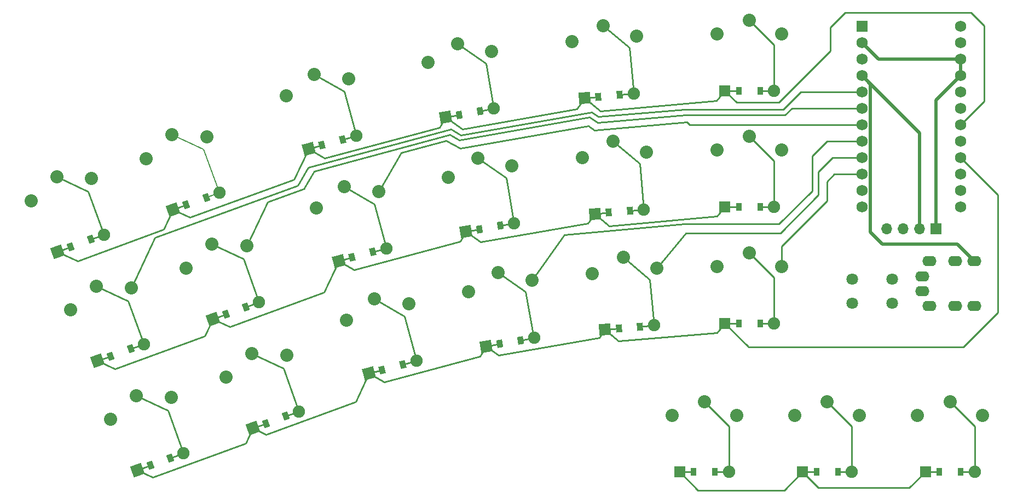
<source format=gbr>
%TF.GenerationSoftware,KiCad,Pcbnew,7.0.2*%
%TF.CreationDate,2023-07-05T19:02:59-04:00*%
%TF.ProjectId,paul,7061756c-2e6b-4696-9361-645f70636258,v1.0.0*%
%TF.SameCoordinates,Original*%
%TF.FileFunction,Copper,L2,Bot*%
%TF.FilePolarity,Positive*%
%FSLAX46Y46*%
G04 Gerber Fmt 4.6, Leading zero omitted, Abs format (unit mm)*
G04 Created by KiCad (PCBNEW 7.0.2) date 2023-07-05 19:02:59*
%MOMM*%
%LPD*%
G01*
G04 APERTURE LIST*
G04 Aperture macros list*
%AMRotRect*
0 Rectangle, with rotation*
0 The origin of the aperture is its center*
0 $1 length*
0 $2 width*
0 $3 Rotation angle, in degrees counterclockwise*
0 Add horizontal line*
21,1,$1,$2,0,0,$3*%
G04 Aperture macros list end*
%TA.AperFunction,ComponentPad*%
%ADD10C,2.032000*%
%TD*%
%TA.AperFunction,SMDPad,CuDef*%
%ADD11RotRect,0.900000X1.200000X20.000000*%
%TD*%
%TA.AperFunction,ComponentPad*%
%ADD12RotRect,1.778000X1.778000X20.000000*%
%TD*%
%TA.AperFunction,ComponentPad*%
%ADD13C,1.905000*%
%TD*%
%TA.AperFunction,ComponentPad*%
%ADD14RotRect,1.778000X1.778000X15.000000*%
%TD*%
%TA.AperFunction,SMDPad,CuDef*%
%ADD15RotRect,0.900000X1.200000X15.000000*%
%TD*%
%TA.AperFunction,SMDPad,CuDef*%
%ADD16RotRect,0.900000X1.200000X10.000000*%
%TD*%
%TA.AperFunction,ComponentPad*%
%ADD17RotRect,1.778000X1.778000X10.000000*%
%TD*%
%TA.AperFunction,SMDPad,CuDef*%
%ADD18RotRect,0.900000X1.200000X5.000000*%
%TD*%
%TA.AperFunction,ComponentPad*%
%ADD19RotRect,1.778000X1.778000X5.000000*%
%TD*%
%TA.AperFunction,SMDPad,CuDef*%
%ADD20R,0.900000X1.200000*%
%TD*%
%TA.AperFunction,ComponentPad*%
%ADD21R,1.778000X1.778000*%
%TD*%
%TA.AperFunction,ComponentPad*%
%ADD22R,1.752600X1.752600*%
%TD*%
%TA.AperFunction,ComponentPad*%
%ADD23C,1.752600*%
%TD*%
%TA.AperFunction,ComponentPad*%
%ADD24O,1.700000X1.700000*%
%TD*%
%TA.AperFunction,ComponentPad*%
%ADD25R,1.700000X1.700000*%
%TD*%
%TA.AperFunction,ComponentPad*%
%ADD26C,1.800000*%
%TD*%
%TA.AperFunction,ComponentPad*%
%ADD27O,2.200000X1.600000*%
%TD*%
%TA.AperFunction,Conductor*%
%ADD28C,0.500000*%
%TD*%
%TA.AperFunction,Conductor*%
%ADD29C,0.250000*%
%TD*%
%TA.AperFunction,Conductor*%
%ADD30C,0.200000*%
%TD*%
G04 APERTURE END LIST*
D10*
%TO.P,S1,1*%
%TO.N,F4*%
X99918191Y-120400482D03*
%TO.P,S1,2*%
%TO.N,farPinky_bottom*%
X94501485Y-120137229D03*
%TO.P,S1,1*%
%TO.N,F4*%
X90521264Y-123820684D03*
%TO.P,S1,2*%
%TO.N,farPinky_bottom*%
X94501485Y-120137229D03*
%TD*%
%TO.P,S2,1*%
%TO.N,F4*%
X93761829Y-103486014D03*
%TO.P,S2,2*%
%TO.N,farPinky_home*%
X88345123Y-103222761D03*
%TO.P,S2,1*%
%TO.N,F4*%
X84364902Y-106906216D03*
%TO.P,S2,2*%
%TO.N,farPinky_home*%
X88345123Y-103222761D03*
%TD*%
%TO.P,S3,1*%
%TO.N,F4*%
X87605470Y-86571548D03*
%TO.P,S3,2*%
%TO.N,farPinky_top*%
X82188764Y-86308295D03*
%TO.P,S3,1*%
%TO.N,F4*%
X78208543Y-89991750D03*
%TO.P,S3,2*%
%TO.N,farPinky_top*%
X82188764Y-86308295D03*
%TD*%
%TO.P,S4,1*%
%TO.N,F5*%
X117772353Y-113902101D03*
%TO.P,S4,2*%
%TO.N,pinky_bottom*%
X112355647Y-113638848D03*
%TO.P,S4,1*%
%TO.N,F5*%
X108375426Y-117322303D03*
%TO.P,S4,2*%
%TO.N,pinky_bottom*%
X112355647Y-113638848D03*
%TD*%
%TO.P,S5,1*%
%TO.N,F5*%
X111615988Y-96987635D03*
%TO.P,S5,2*%
%TO.N,pinky_home*%
X106199282Y-96724382D03*
%TO.P,S5,1*%
%TO.N,F5*%
X102219061Y-100407837D03*
%TO.P,S5,2*%
%TO.N,pinky_home*%
X106199282Y-96724382D03*
%TD*%
%TO.P,S6,1*%
%TO.N,F5*%
X105459625Y-80073166D03*
%TO.P,S6,2*%
%TO.N,pinky_top*%
X100042919Y-79809913D03*
%TO.P,S6,1*%
%TO.N,F5*%
X96062698Y-83493368D03*
%TO.P,S6,2*%
%TO.N,pinky_top*%
X100042919Y-79809913D03*
%TD*%
%TO.P,S7,2*%
%TO.N,ring_bottom*%
X131325255Y-105195079D03*
%TO.P,S7,1*%
%TO.N,F6*%
X127039145Y-108517618D03*
%TO.P,S7,2*%
%TO.N,ring_bottom*%
X131325255Y-105195079D03*
%TO.P,S7,1*%
%TO.N,F6*%
X136698404Y-105929428D03*
%TD*%
%TO.P,S8,1*%
%TO.N,F6*%
X132039661Y-88542769D03*
%TO.P,S8,2*%
%TO.N,ring_home*%
X126666512Y-87808420D03*
%TO.P,S8,1*%
%TO.N,F6*%
X122380402Y-91130959D03*
%TO.P,S8,2*%
%TO.N,ring_home*%
X126666512Y-87808420D03*
%TD*%
%TO.P,S9,1*%
%TO.N,F6*%
X127380927Y-71156100D03*
%TO.P,S9,2*%
%TO.N,ring_top*%
X122007778Y-70421751D03*
%TO.P,S9,1*%
%TO.N,F6*%
X117721668Y-73744290D03*
%TO.P,S9,2*%
%TO.N,ring_top*%
X122007778Y-70421751D03*
%TD*%
%TO.P,S10,1*%
%TO.N,F7*%
X155727873Y-102331898D03*
%TO.P,S10,2*%
%TO.N,middle_bottom*%
X150439173Y-101132042D03*
%TO.P,S10,1*%
%TO.N,F7*%
X145879795Y-104068379D03*
%TO.P,S10,2*%
%TO.N,middle_bottom*%
X150439173Y-101132042D03*
%TD*%
%TO.P,S11,1*%
%TO.N,F7*%
X152602212Y-84605355D03*
%TO.P,S11,2*%
%TO.N,middle_home*%
X147313512Y-83405499D03*
%TO.P,S11,1*%
%TO.N,F7*%
X142754134Y-86341836D03*
%TO.P,S11,2*%
%TO.N,middle_home*%
X147313512Y-83405499D03*
%TD*%
%TO.P,S12,1*%
%TO.N,F7*%
X149476541Y-66878821D03*
%TO.P,S12,2*%
%TO.N,middle_top*%
X144187841Y-65678965D03*
%TO.P,S12,1*%
%TO.N,F7*%
X139628463Y-68615302D03*
%TO.P,S12,2*%
%TO.N,middle_top*%
X144187841Y-65678965D03*
%TD*%
%TO.P,S13,1*%
%TO.N,B1*%
X174998475Y-100406580D03*
%TO.P,S13,2*%
%TO.N,index_bottom*%
X169834474Y-98750350D03*
%TO.P,S13,1*%
%TO.N,B1*%
X165036528Y-101278138D03*
%TO.P,S13,2*%
%TO.N,index_bottom*%
X169834474Y-98750350D03*
%TD*%
%TO.P,S14,1*%
%TO.N,B1*%
X173429677Y-82475071D03*
%TO.P,S14,2*%
%TO.N,index_home*%
X168265676Y-80818841D03*
%TO.P,S14,1*%
%TO.N,B1*%
X163467730Y-83346629D03*
%TO.P,S14,2*%
%TO.N,index_home*%
X168265676Y-80818841D03*
%TD*%
%TO.P,S15,1*%
%TO.N,B1*%
X171860869Y-64543570D03*
%TO.P,S15,2*%
%TO.N,index_top*%
X166696868Y-62887340D03*
%TO.P,S15,1*%
%TO.N,B1*%
X161898922Y-65415128D03*
%TO.P,S15,2*%
%TO.N,index_top*%
X166696868Y-62887340D03*
%TD*%
%TO.P,S16,1*%
%TO.N,B3*%
X194363552Y-100168132D03*
%TO.P,S16,2*%
%TO.N,inner_bottom*%
X189363552Y-98068132D03*
%TO.P,S16,1*%
%TO.N,B3*%
X184363552Y-100168132D03*
%TO.P,S16,2*%
%TO.N,inner_bottom*%
X189363552Y-98068132D03*
%TD*%
%TO.P,S17,1*%
%TO.N,B3*%
X194363547Y-82168138D03*
%TO.P,S17,2*%
%TO.N,inner_home*%
X189363547Y-80068138D03*
%TO.P,S17,1*%
%TO.N,B3*%
X184363547Y-82168138D03*
%TO.P,S17,2*%
%TO.N,inner_home*%
X189363547Y-80068138D03*
%TD*%
%TO.P,S18,1*%
%TO.N,B3*%
X194363549Y-64168131D03*
%TO.P,S18,2*%
%TO.N,inner_top*%
X189363549Y-62068131D03*
%TO.P,S18,1*%
%TO.N,B3*%
X184363549Y-64168131D03*
%TO.P,S18,2*%
%TO.N,inner_top*%
X189363549Y-62068131D03*
%TD*%
%TO.P,S19,1*%
%TO.N,F7*%
X187363553Y-123168134D03*
%TO.P,S19,2*%
%TO.N,near_thumb*%
X182363553Y-121068134D03*
%TO.P,S19,1*%
%TO.N,F7*%
X177363553Y-123168134D03*
%TO.P,S19,2*%
%TO.N,near_thumb*%
X182363553Y-121068134D03*
%TD*%
%TO.P,S20,1*%
%TO.N,B1*%
X206363550Y-123168136D03*
%TO.P,S20,2*%
%TO.N,home_thumb*%
X201363550Y-121068136D03*
%TO.P,S20,1*%
%TO.N,B1*%
X196363550Y-123168136D03*
%TO.P,S20,2*%
%TO.N,home_thumb*%
X201363550Y-121068136D03*
%TD*%
%TO.P,S21,1*%
%TO.N,B3*%
X225363548Y-123168134D03*
%TO.P,S21,2*%
%TO.N,far_thumb*%
X220363548Y-121068134D03*
%TO.P,S21,1*%
%TO.N,B3*%
X215363548Y-123168134D03*
%TO.P,S21,2*%
%TO.N,far_thumb*%
X220363548Y-121068134D03*
%TD*%
D11*
%TO.P,D1,2*%
%TO.N,farPinky_bottom*%
X99780001Y-129815553D03*
%TO.P,D1,1*%
%TO.N,D7*%
X96679015Y-130944219D03*
D12*
X94649279Y-131682983D03*
D13*
%TO.P,D1,2*%
%TO.N,farPinky_bottom*%
X101809737Y-129076789D03*
%TD*%
D11*
%TO.P,D2,2*%
%TO.N,farPinky_home*%
X93623637Y-112901080D03*
%TO.P,D2,1*%
%TO.N,C6*%
X90522651Y-114029746D03*
D12*
X88492915Y-114768510D03*
D13*
%TO.P,D2,2*%
%TO.N,farPinky_home*%
X95653373Y-112162316D03*
%TD*%
D11*
%TO.P,D3,2*%
%TO.N,farPinky_top*%
X87467272Y-95986615D03*
%TO.P,D3,1*%
%TO.N,D4*%
X84366286Y-97115281D03*
D12*
X82336550Y-97854045D03*
D13*
%TO.P,D3,2*%
%TO.N,farPinky_top*%
X89497008Y-95247851D03*
%TD*%
D11*
%TO.P,D4,2*%
%TO.N,pinky_bottom*%
X117634159Y-123317163D03*
%TO.P,D4,1*%
%TO.N,D7*%
X114533173Y-124445829D03*
D12*
X112503437Y-125184593D03*
D13*
%TO.P,D4,2*%
%TO.N,pinky_bottom*%
X119663895Y-122578399D03*
%TD*%
D11*
%TO.P,D5,2*%
%TO.N,pinky_home*%
X111477798Y-106402698D03*
%TO.P,D5,1*%
%TO.N,C6*%
X108376812Y-107531364D03*
D12*
X106347076Y-108270128D03*
D13*
%TO.P,D5,2*%
%TO.N,pinky_home*%
X113507534Y-105663934D03*
%TD*%
D11*
%TO.P,D6,2*%
%TO.N,pinky_top*%
X105321432Y-89488227D03*
%TO.P,D6,1*%
%TO.N,D4*%
X102220446Y-90616893D03*
D12*
X100190710Y-91355657D03*
D13*
%TO.P,D6,2*%
%TO.N,pinky_top*%
X107351168Y-88749463D03*
%TD*%
%TO.P,D7,2*%
%TO.N,ring_bottom*%
X137826565Y-114737567D03*
D14*
%TO.P,D7,1*%
%TO.N,D7*%
X130466211Y-116709769D03*
D15*
X132552610Y-116150719D03*
%TO.P,D7,2*%
%TO.N,ring_bottom*%
X135740166Y-115296617D03*
%TD*%
%TO.P,D8,2*%
%TO.N,ring_home*%
X131081419Y-97909957D03*
%TO.P,D8,1*%
%TO.N,C6*%
X127893863Y-98764059D03*
D14*
X125807464Y-99323109D03*
D13*
%TO.P,D8,2*%
%TO.N,ring_home*%
X133167818Y-97350907D03*
%TD*%
D15*
%TO.P,D9,2*%
%TO.N,ring_top*%
X126422676Y-80523288D03*
%TO.P,D9,1*%
%TO.N,D4*%
X123235120Y-81377390D03*
D14*
X121148721Y-81936440D03*
D13*
%TO.P,D9,2*%
%TO.N,ring_top*%
X128509075Y-79964238D03*
%TD*%
D16*
%TO.P,D10,2*%
%TO.N,middle_bottom*%
X153956872Y-111579927D03*
%TO.P,D10,1*%
%TO.N,D7*%
X150707006Y-112152965D03*
D17*
X148579821Y-112528046D03*
D13*
%TO.P,D10,2*%
%TO.N,middle_bottom*%
X156084057Y-111204846D03*
%TD*%
D16*
%TO.P,D11,2*%
%TO.N,middle_home*%
X150831210Y-93853389D03*
%TO.P,D11,1*%
%TO.N,C6*%
X147581344Y-94426427D03*
D17*
X145454159Y-94801508D03*
D13*
%TO.P,D11,2*%
%TO.N,middle_home*%
X152958395Y-93478308D03*
%TD*%
D16*
%TO.P,D12,2*%
%TO.N,middle_top*%
X147705537Y-76126845D03*
%TO.P,D12,1*%
%TO.N,D4*%
X144455671Y-76699883D03*
D17*
X142328486Y-77074964D03*
D13*
%TO.P,D12,2*%
%TO.N,middle_top*%
X149832722Y-75751764D03*
%TD*%
D18*
%TO.P,D13,2*%
%TO.N,index_bottom*%
X172428199Y-109465062D03*
%TO.P,D13,1*%
%TO.N,D7*%
X169140757Y-109752676D03*
D19*
X166988976Y-109940932D03*
D13*
%TO.P,D13,2*%
%TO.N,index_bottom*%
X174579980Y-109276806D03*
%TD*%
D18*
%TO.P,D14,2*%
%TO.N,index_home*%
X170859391Y-91533557D03*
%TO.P,D14,1*%
%TO.N,C6*%
X167571949Y-91821171D03*
D19*
X165420168Y-92009427D03*
D13*
%TO.P,D14,2*%
%TO.N,index_home*%
X173011172Y-91345301D03*
%TD*%
D18*
%TO.P,D15,2*%
%TO.N,index_top*%
X169290588Y-73602055D03*
%TO.P,D15,1*%
%TO.N,D4*%
X166003146Y-73889669D03*
D19*
X163851365Y-74077925D03*
D13*
%TO.P,D15,2*%
%TO.N,index_top*%
X171442369Y-73413799D03*
%TD*%
D20*
%TO.P,D16,2*%
%TO.N,inner_bottom*%
X191013546Y-108968133D03*
%TO.P,D16,1*%
%TO.N,D7*%
X187713546Y-108968133D03*
D21*
X185553546Y-108968133D03*
D13*
%TO.P,D16,2*%
%TO.N,inner_bottom*%
X193173546Y-108968133D03*
%TD*%
D20*
%TO.P,D17,2*%
%TO.N,inner_home*%
X191013549Y-90968133D03*
%TO.P,D17,1*%
%TO.N,C6*%
X187713549Y-90968133D03*
D21*
X185553549Y-90968133D03*
D13*
%TO.P,D17,2*%
%TO.N,inner_home*%
X193173549Y-90968133D03*
%TD*%
D20*
%TO.P,D18,2*%
%TO.N,inner_top*%
X191013551Y-72968133D03*
%TO.P,D18,1*%
%TO.N,D4*%
X187713551Y-72968133D03*
D21*
X185553551Y-72968133D03*
D13*
%TO.P,D18,2*%
%TO.N,inner_top*%
X193173551Y-72968133D03*
%TD*%
D20*
%TO.P,D19,2*%
%TO.N,near_thumb*%
X184013550Y-131968134D03*
%TO.P,D19,1*%
%TO.N,E6*%
X180713550Y-131968134D03*
D21*
X178553550Y-131968134D03*
D13*
%TO.P,D19,2*%
%TO.N,near_thumb*%
X186173550Y-131968134D03*
%TD*%
D20*
%TO.P,D20,2*%
%TO.N,home_thumb*%
X203013549Y-131968138D03*
%TO.P,D20,1*%
%TO.N,E6*%
X199713549Y-131968138D03*
D21*
X197553549Y-131968138D03*
D13*
%TO.P,D20,2*%
%TO.N,home_thumb*%
X205173549Y-131968138D03*
%TD*%
D20*
%TO.P,D21,2*%
%TO.N,far_thumb*%
X222013552Y-131968130D03*
%TO.P,D21,1*%
%TO.N,E6*%
X218713552Y-131968130D03*
D21*
X216553552Y-131968130D03*
D13*
%TO.P,D21,2*%
%TO.N,far_thumb*%
X224173552Y-131968130D03*
%TD*%
D22*
%TO.P,MCU1,1*%
%TO.N,B0*%
X206743550Y-62998131D03*
D23*
%TO.P,MCU1,2*%
%TO.N,GND*%
X206743550Y-65538131D03*
%TO.P,MCU1,3*%
%TO.N,RST*%
X206743550Y-68078131D03*
%TO.P,MCU1,4*%
%TO.N,VCC*%
X206743550Y-70618131D03*
%TO.P,MCU1,5*%
%TO.N,F4*%
X206743550Y-73158131D03*
%TO.P,MCU1,6*%
%TO.N,F5*%
X206743550Y-75698131D03*
%TO.P,MCU1,7*%
%TO.N,F6*%
X206743550Y-78238131D03*
%TO.P,MCU1,8*%
%TO.N,F7*%
X206743550Y-80778131D03*
%TO.P,MCU1,9*%
%TO.N,B1*%
X206743550Y-83318131D03*
%TO.P,MCU1,10*%
%TO.N,B3*%
X206743550Y-85858131D03*
%TO.P,MCU1,11*%
%TO.N,B2*%
X206743550Y-88398131D03*
%TO.P,MCU1,12*%
%TO.N,B6*%
X206743550Y-90938131D03*
%TO.P,MCU1,13*%
%TO.N,D3*%
X221983550Y-62998131D03*
%TO.P,MCU1,14*%
%TO.N,D2*%
X221983550Y-65538131D03*
%TO.P,MCU1,15*%
%TO.N,GND*%
X221983550Y-68078131D03*
%TO.P,MCU1,16*%
X221983550Y-70618131D03*
%TO.P,MCU1,17*%
%TO.N,D1*%
X221983550Y-73158131D03*
%TO.P,MCU1,18*%
%TO.N,D0*%
X221983550Y-75698131D03*
%TO.P,MCU1,19*%
%TO.N,D4*%
X221983550Y-78238131D03*
%TO.P,MCU1,20*%
%TO.N,C6*%
X221983550Y-80778131D03*
%TO.P,MCU1,21*%
%TO.N,D7*%
X221983550Y-83318131D03*
%TO.P,MCU1,22*%
%TO.N,E6*%
X221983550Y-85858131D03*
%TO.P,MCU1,23*%
%TO.N,B4*%
X221983550Y-88398131D03*
%TO.P,MCU1,24*%
%TO.N,B5*%
X221983550Y-90938131D03*
%TD*%
D24*
%TO.P,OLED1,4*%
%TO.N,D1*%
X210543555Y-94368135D03*
%TO.P,OLED1,3*%
%TO.N,D0*%
X213083555Y-94368135D03*
%TO.P,OLED1,2*%
%TO.N,VCC*%
X215623555Y-94368135D03*
D25*
%TO.P,OLED1,1*%
%TO.N,GND*%
X218163555Y-94368135D03*
%TD*%
D26*
%TO.P,B1,1*%
%TO.N,GND*%
X205263549Y-102118135D03*
X211463549Y-102118135D03*
%TO.P,B1,2*%
%TO.N,RST*%
X205263549Y-105818135D03*
X211463549Y-105818135D03*
%TD*%
D27*
%TO.P,TRRS1,1*%
%TO.N,GND*%
X216063548Y-101668133D03*
%TO.P,TRRS1,2*%
%TO.N,B0*%
X217163548Y-106268133D03*
%TO.P,TRRS1,3*%
%TO.N,GND*%
X221163548Y-106268133D03*
%TO.P,TRRS1,4*%
%TO.N,VCC*%
X224163548Y-106268133D03*
%TO.P,TRRS1,1*%
%TO.N,GND*%
X216063548Y-103968133D03*
%TO.P,TRRS1,2*%
%TO.N,B0*%
X217163548Y-99368133D03*
%TO.P,TRRS1,3*%
%TO.N,GND*%
X221163548Y-99368133D03*
%TO.P,TRRS1,4*%
%TO.N,VCC*%
X224163548Y-99368133D03*
%TD*%
D28*
%TO.N,VCC*%
X208069850Y-71944431D02*
X206743551Y-70618131D01*
X208069851Y-94851773D02*
X208069850Y-71944431D01*
X209895682Y-96677605D02*
X208069851Y-94851773D01*
X224163549Y-99368132D02*
X221473022Y-96677606D01*
X221473022Y-96677606D02*
X209895682Y-96677605D01*
D29*
%TO.N,D4*%
X225635681Y-74586001D02*
X221983550Y-78238132D01*
X201895682Y-63177606D02*
X204165683Y-60907604D01*
X223645683Y-60907605D02*
X225635683Y-62897606D01*
X201895683Y-66807604D02*
X201895682Y-63177606D01*
X204165683Y-60907604D02*
X223645683Y-60907605D01*
X193925683Y-74777605D02*
X201895683Y-66807604D01*
X187363023Y-74777604D02*
X193925683Y-74777605D01*
X225635683Y-62897606D02*
X225635681Y-74586001D01*
X185553552Y-72968133D02*
X187363023Y-74777604D01*
%TO.N,D7*%
X227785683Y-107267604D02*
X227785682Y-89120264D01*
X222455682Y-112597606D02*
X227785683Y-107267604D01*
X189155682Y-112597606D02*
X222455682Y-112597606D01*
X189155684Y-112570271D02*
X189155682Y-112597606D01*
X227785682Y-89120264D02*
X221983551Y-83318132D01*
X185553546Y-108968133D02*
X189155684Y-112570271D01*
%TO.N,B3*%
X202495155Y-85858131D02*
X206743551Y-85858132D01*
X201325682Y-87027606D02*
X202495155Y-85858131D01*
X201325683Y-90047606D02*
X201325682Y-87027606D01*
X194363552Y-97009736D02*
X201325683Y-90047606D01*
X194363551Y-100168133D02*
X194363552Y-97009736D01*
%TO.N,B1*%
X199985682Y-85517606D02*
X202185156Y-83318131D01*
X199985684Y-89127603D02*
X199985682Y-85517606D01*
X194121435Y-94991852D02*
X199985684Y-89127603D01*
X202185156Y-83318131D02*
X206743551Y-83318133D01*
X179626908Y-94991850D02*
X194121435Y-94991852D01*
X179535242Y-94999873D02*
X179626908Y-94991850D01*
X174998476Y-100406579D02*
X179535242Y-94999873D01*
%TO.N,F7*%
X201378888Y-80778132D02*
X206743549Y-80778134D01*
X199039868Y-83117153D02*
X201378888Y-80778132D01*
X199039868Y-88481814D02*
X199039868Y-83117153D01*
X193908395Y-93613286D02*
X199039868Y-88481814D01*
X179319796Y-93613288D02*
X193908395Y-93613286D01*
X179317439Y-93611308D02*
X179319796Y-93613288D01*
X160693168Y-95240719D02*
X179317439Y-93611308D01*
X155727874Y-102331899D02*
X160693168Y-95240719D01*
%TO.N,F6*%
X180123983Y-78238131D02*
X206743548Y-78238132D01*
X179720381Y-77834532D02*
X180123983Y-78238131D01*
X179704601Y-77821291D02*
X179720381Y-77834532D01*
X165411725Y-79071755D02*
X179704601Y-77821291D01*
X164465816Y-78409422D02*
X165411725Y-79071755D01*
X144632743Y-81906529D02*
X164465816Y-78409422D01*
X135457499Y-82553296D02*
X142460461Y-80676858D01*
X142460461Y-80676858D02*
X144603763Y-81914293D01*
X132039662Y-88542767D02*
X135470237Y-82600838D01*
X135470237Y-82600838D02*
X135457499Y-82553296D01*
X144603763Y-81914293D02*
X144632743Y-81906529D01*
%TO.N,F5*%
X195917056Y-75698132D02*
X206743550Y-75698132D01*
X179499776Y-76759396D02*
X194855789Y-76759395D01*
X194855789Y-76759395D02*
X195917056Y-75698132D01*
X164611142Y-77031202D02*
X165919741Y-77947496D01*
X143057633Y-79793225D02*
X144435469Y-80588717D01*
X144435469Y-80588717D02*
X164611142Y-77031202D01*
X165919741Y-77947496D02*
X179499776Y-76759396D01*
X120433777Y-88123674D02*
X121983127Y-85440123D01*
X121983127Y-85440123D02*
X143057633Y-79793225D01*
X120433777Y-88123674D02*
X120459411Y-88135625D01*
X114791743Y-90177203D02*
X120433777Y-88123674D01*
X111615989Y-96987634D02*
X114791743Y-90177203D01*
%TO.N,F4*%
X197250495Y-73158132D02*
X206743551Y-73158132D01*
X194567112Y-75841510D02*
X197250495Y-73158132D01*
X179330621Y-75841514D02*
X194567112Y-75841510D01*
X165995971Y-77008144D02*
X179330621Y-75841514D01*
X143204502Y-78938128D02*
X144747676Y-79829080D01*
X164939870Y-76268654D02*
X165995971Y-77008144D01*
X121120332Y-84855560D02*
X143204502Y-78938128D01*
X119495717Y-87669474D02*
X121120332Y-84855560D01*
X144747676Y-79829080D02*
X164939870Y-76268654D01*
X119495717Y-87669474D02*
X119521352Y-87681428D01*
X97384428Y-95717328D02*
X119495717Y-87669474D01*
X93761826Y-103486015D02*
X97384428Y-95717328D01*
D28*
%TO.N,VCC*%
X215623551Y-94368135D02*
X215623554Y-79498138D01*
X215623554Y-79498138D02*
X206743546Y-70618134D01*
%TO.N,GND*%
X209283552Y-68078131D02*
X206743549Y-65538129D01*
X221983549Y-68078132D02*
X209283552Y-68078131D01*
X221983551Y-70618131D02*
X221983549Y-68078132D01*
X218163556Y-74438132D02*
X221983551Y-70618131D01*
X218163553Y-94368131D02*
X218163556Y-74438132D01*
D29*
%TO.N,E6*%
X218713551Y-131968131D02*
X216553552Y-131968130D01*
%TO.N,far_thumb*%
X224173551Y-131968135D02*
X222013553Y-131968130D01*
X224173551Y-124878130D02*
X220363548Y-121068131D01*
X224173551Y-131968135D02*
X224173551Y-124878130D01*
%TO.N,E6*%
X200010972Y-134425556D02*
X214096129Y-134425553D01*
X197553550Y-131968136D02*
X200010972Y-134425556D01*
X214096129Y-134425553D02*
X216553552Y-131968130D01*
%TO.N,home_thumb*%
X205173551Y-124878135D02*
X201363551Y-121068139D01*
X205173554Y-131968138D02*
X205173551Y-124878135D01*
X203013554Y-131968133D02*
X205173554Y-131968138D01*
%TO.N,E6*%
X197553550Y-131968136D02*
X199713549Y-131968137D01*
X194746131Y-134775556D02*
X197553550Y-131968136D01*
X181360967Y-134775551D02*
X194746131Y-134775556D01*
X178553552Y-131968133D02*
X181360967Y-134775551D01*
%TO.N,near_thumb*%
X186173548Y-124878129D02*
X186173549Y-131968132D01*
X182363549Y-121068132D02*
X186173548Y-124878129D01*
%TO.N,E6*%
X180713549Y-131968131D02*
X178553552Y-131968133D01*
%TO.N,near_thumb*%
X186173549Y-131968132D02*
X184013551Y-131968132D01*
%TO.N,D7*%
X187713546Y-108968133D02*
X185553545Y-108968132D01*
%TO.N,inner_bottom*%
X193173546Y-108968130D02*
X191013546Y-108968132D01*
X193173545Y-101878129D02*
X193173546Y-108968130D01*
X189363549Y-98068133D02*
X193173545Y-101878129D01*
%TO.N,D7*%
X184355240Y-110396220D02*
X185553546Y-108968132D01*
X169120055Y-111729128D02*
X184355240Y-110396220D01*
X166988972Y-109940933D02*
X169120055Y-111729128D01*
X169140756Y-109752682D02*
X166988972Y-109940933D01*
%TO.N,index_bottom*%
X174579980Y-109276807D02*
X172428198Y-109465062D01*
X169834472Y-98750352D02*
X173962046Y-102213790D01*
X173962046Y-102213790D02*
X174579980Y-109276807D01*
%TO.N,D7*%
X166114834Y-111189336D02*
X166988976Y-109940934D01*
X150579958Y-113928554D02*
X166114834Y-111189336D01*
X148579821Y-112528042D02*
X150579958Y-113928554D01*
X150707009Y-112152963D02*
X148579821Y-112528042D01*
%TO.N,middle_bottom*%
X156084058Y-111204849D02*
X153956871Y-111579925D01*
X155938090Y-111102639D02*
X156084058Y-111204849D01*
X154694912Y-104052229D02*
X155938090Y-111102639D01*
X150507296Y-101120032D02*
X154694912Y-104052229D01*
X150439171Y-101132040D02*
X150507296Y-101120032D01*
%TO.N,D7*%
X147673285Y-114098222D02*
X148579821Y-112528042D01*
X132831136Y-118075162D02*
X147673285Y-114098222D01*
X130466211Y-116709767D02*
X132831136Y-118075162D01*
X132552605Y-116150718D02*
X130466211Y-116709767D01*
%TO.N,ring_bottom*%
X137826561Y-114737568D02*
X135740165Y-115296615D01*
X135991533Y-107889156D02*
X137826561Y-114737568D01*
X131325254Y-105195077D02*
X135991533Y-107889156D01*
%TO.N,D7*%
X128422391Y-121092751D02*
X130466211Y-116709767D01*
X114553576Y-126140589D02*
X128422391Y-121092751D01*
X112503436Y-125184593D02*
X114553576Y-126140589D01*
X114533173Y-124445833D02*
X112503436Y-125184593D01*
%TO.N,pinky_bottom*%
X119663897Y-122578399D02*
X117634163Y-123317164D01*
X112355647Y-113638849D02*
X117238973Y-115915979D01*
X117238973Y-115915979D02*
X119663897Y-122578399D01*
%TO.N,D7*%
X97007026Y-132782417D02*
X94649275Y-131682980D01*
X112503436Y-125184593D02*
X111404002Y-127542340D01*
X111404002Y-127542340D02*
X97007026Y-132782417D01*
X96679018Y-130944215D02*
X94649275Y-131682980D01*
%TO.N,farPinky_bottom*%
X101809736Y-129076783D02*
X99780001Y-129815552D01*
X94501483Y-120137232D02*
X99384811Y-122414363D01*
X99384811Y-122414363D02*
X101809736Y-129076783D01*
%TO.N,C6*%
X187713549Y-90968132D02*
X185553548Y-90968130D01*
%TO.N,inner_home*%
X193173551Y-90968130D02*
X191013552Y-90968129D01*
X193173550Y-83878136D02*
X193173551Y-90968130D01*
X189363548Y-80068132D02*
X193173550Y-83878136D01*
%TO.N,C6*%
X184343895Y-92409739D02*
X167638975Y-93871234D01*
X167638975Y-93871234D02*
X165420171Y-92009427D01*
X185553549Y-90968131D02*
X184343895Y-92409739D01*
X167571948Y-91821173D02*
X165420171Y-92009427D01*
%TO.N,index_home*%
X173011170Y-91345304D02*
X170859390Y-91533559D01*
X168265677Y-80818846D02*
X172393240Y-84282283D01*
X172393240Y-84282283D02*
X173011170Y-91345304D01*
%TO.N,C6*%
X147744712Y-96405374D02*
X145454153Y-94801504D01*
X164398227Y-93468910D02*
X147744712Y-96405374D01*
X165420171Y-92009427D02*
X164398227Y-93468910D01*
X147581338Y-94426431D02*
X145454153Y-94801504D01*
%TO.N,middle_home*%
X152958393Y-93478309D02*
X150831208Y-93853386D01*
X151727227Y-86496014D02*
X152958393Y-93478309D01*
X147313507Y-83405498D02*
X151727227Y-86496014D01*
%TO.N,C6*%
X144595550Y-96288646D02*
X145454153Y-94801504D01*
X128173250Y-100688996D02*
X144595550Y-96288646D01*
X125807464Y-99323105D02*
X128173250Y-100688996D01*
X127893865Y-98764059D02*
X125807464Y-99323105D01*
%TO.N,ring_home*%
X133167823Y-97350902D02*
X131081423Y-97909956D01*
X131332794Y-90502495D02*
X133167823Y-97350902D01*
X126666512Y-87808416D02*
X131332794Y-90502495D01*
%TO.N,C6*%
X108959163Y-109488165D02*
X106347075Y-108270125D01*
X125807464Y-99323105D02*
X123542546Y-104180239D01*
X123542546Y-104180239D02*
X108959163Y-109488165D01*
X108376815Y-107531360D02*
X106347075Y-108270125D01*
%TO.N,pinky_home*%
X113507536Y-105663933D02*
X111477799Y-106402701D01*
X111082614Y-99001512D02*
X113507536Y-105663933D01*
X106199287Y-96724384D02*
X111082614Y-99001512D01*
%TO.N,C6*%
X91194718Y-116028386D02*
X88492919Y-114768510D01*
X105087206Y-110971932D02*
X91194718Y-116028386D01*
X106347075Y-108270125D02*
X105087206Y-110971932D01*
X90522655Y-114029750D02*
X88492919Y-114768510D01*
%TO.N,farPinky_home*%
X95653376Y-112162317D02*
X93623639Y-112901083D01*
X88345124Y-103222760D02*
X93228453Y-105499898D01*
X93228453Y-105499898D02*
X95653376Y-112162317D01*
%TO.N,D4*%
X187713551Y-72968130D02*
X185553551Y-72968132D01*
%TO.N,inner_top*%
X193173548Y-72968137D02*
X191013547Y-72968134D01*
X193173551Y-65878135D02*
X193173548Y-72968137D01*
X189363548Y-62068136D02*
X193173551Y-65878135D01*
%TO.N,D4*%
X184218944Y-74558659D02*
X185553551Y-72968132D01*
X163851368Y-74077929D02*
X166293294Y-76126951D01*
X166293294Y-76126951D02*
X184218944Y-74558659D01*
X166003146Y-73889672D02*
X163851368Y-74077929D01*
%TO.N,index_top*%
X171442369Y-73413796D02*
X169290594Y-73602054D01*
X170824433Y-66350783D02*
X171442369Y-73413796D01*
X166696869Y-62887340D02*
X170824433Y-66350783D01*
%TO.N,D4*%
X162628861Y-75823847D02*
X163851368Y-74077929D01*
X144984843Y-78934961D02*
X162628861Y-75823847D01*
X142328492Y-77074963D02*
X144984843Y-78934961D01*
X144455672Y-76699885D02*
X142328492Y-77074963D01*
%TO.N,middle_top*%
X149832724Y-75751768D02*
X147705539Y-76126841D01*
X148601558Y-68769477D02*
X149832724Y-75751768D01*
X144187842Y-65678962D02*
X148601558Y-68769477D01*
%TO.N,D4*%
X141429394Y-78632240D02*
X142328489Y-77074962D01*
X123668529Y-83391251D02*
X141429394Y-78632240D01*
X121148719Y-81936441D02*
X123668529Y-83391251D01*
X123235121Y-81377392D02*
X121148719Y-81936441D01*
%TO.N,ring_top*%
X128509077Y-79964241D02*
X126422672Y-80523291D01*
X126674047Y-73115829D02*
X128509077Y-79964241D01*
X122007775Y-70421749D02*
X126674047Y-73115829D01*
%TO.N,D4*%
X102835552Y-92588965D02*
X118909464Y-86738537D01*
X100190715Y-91355656D02*
X102835552Y-92588965D01*
X118909464Y-86738537D02*
X121148719Y-81936441D01*
X85429987Y-99296537D02*
X82336547Y-97854040D01*
X98748222Y-94449096D02*
X85429987Y-99296537D01*
X100190715Y-91355656D02*
X98748222Y-94449096D01*
D30*
%TO.N,pinky_top*%
X105321436Y-89488230D02*
X107351168Y-88749464D01*
D29*
%TO.N,D4*%
X100190715Y-91355656D02*
X102220448Y-90616898D01*
D30*
%TO.N,pinky_top*%
X104926248Y-82087045D02*
X100042923Y-79809912D01*
X107351168Y-88749464D02*
X104926248Y-82087045D01*
D29*
%TO.N,farPinky_top*%
X89788438Y-95141780D02*
X89822188Y-95069387D01*
X89497009Y-95247842D02*
X89788438Y-95141780D01*
%TO.N,D4*%
X82336547Y-97854040D02*
X84366290Y-97115277D01*
%TO.N,farPinky_top*%
X89497009Y-95247842D02*
X87467276Y-95986608D01*
X87072080Y-88585425D02*
X89497009Y-95247842D01*
X82188765Y-86308293D02*
X87072080Y-88585425D01*
%TD*%
M02*

</source>
